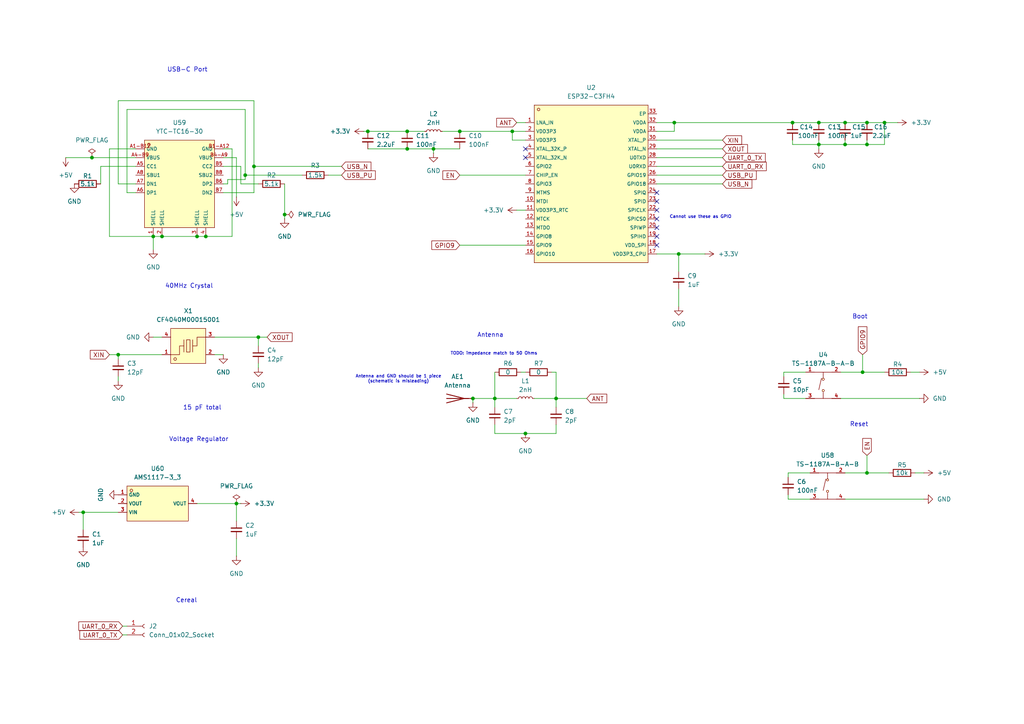
<source format=kicad_sch>
(kicad_sch (version 20231120) (generator "eeschema") (generator_version "8.0")
  (paper "A4")
  (lib_symbols
    (symbol "AMS1117-3_3:AMS1117-3_3"
      (property "Reference" "U" (at 0 1.27 0))
      (property "Value" "AMS1117-3_3" (at 0 -2.54 0))
      (symbol "AMS1117-3_3_0_1"
        (rectangle (start -8.89 5.08) (end 8.89 -5.08) (fill (type background)))
        (circle (center -7.62 3.81) (radius 0.381) (fill (type background)))
        (pin unspecified line (at -11.43 2.54 0) (length 2.54) (name "GND") (number "1"))
        (pin unspecified line (at -11.43 0 0) (length 2.54) (name "VOUT") (number "2"))
        (pin unspecified line (at -11.43 -2.54 0) (length 2.54) (name "VIN") (number "3"))
        (pin unspecified line (at 11.43 0 180) (length 2.54) (name "VOUT") (number "4"))
      )
    )
    (symbol "CF4040M00015001:CF4040M00015001" (pin_names hide)
      (property "Reference" "X" (at 0 1.27 0))
      (property "Value" "CF4040M00015001" (at 0 -2.54 0))
      (symbol "CF4040M00015001_0_1"
        (rectangle (start -5.08 5.08) (end 5.08 -5.08) (fill (type background)))
        (circle (center -3.81 -3.81) (radius 0.381) (fill (type background)))
        (rectangle (start -0.508 1.778) (end 0.508 -1.778) (fill (type background)))
        (polyline (pts (xy -1.27 -1.778) (xy -1.27 1.778)))
        (polyline (pts (xy 1.27 -1.778) (xy 1.27 1.778)))
        (polyline (pts (xy -5.08 -2.54) (xy -2.54 -2.54) (xy -2.54 0) (xy -1.27 0)))
        (polyline (pts (xy 5.08 2.54) (xy 2.54 2.54) (xy 2.54 0) (xy 1.27 0)))
        (pin input line (at -7.62 -2.54 0) (length 2.54) (name "1") (number "1"))
        (pin input line (at 7.62 -2.54 180) (length 2.54) (name "GND") (number "2"))
        (pin input line (at 7.62 2.54 180) (length 2.54) (name "3") (number "3"))
        (pin input line (at -7.62 2.54 0) (length 2.54) (name "GND") (number "4"))
      )
    )
    (symbol "Connector:Conn_01x02_Socket" (pin_names (offset 1.016) hide)
      (property "Reference" "J" (at 0 2.54 0))
      (property "Value" "Conn_01x02_Socket" (at 0 -5.08 0))
      (symbol "Conn_01x02_Socket_1_1"
        (arc (start 0 -2.032) (mid -0.5058 -2.54) (end 0 -3.048) (stroke (width 0.1524)))
        (polyline (pts (xy -1.27 -2.54) (xy -0.508 -2.54)) (stroke (width 0.1524)))
        (polyline (pts (xy -1.27 0) (xy -0.508 0)) (stroke (width 0.1524)))
        (arc (start 0 0.508) (mid -0.5058 0) (end 0 -0.508) (stroke (width 0.1524)))
        (pin passive line (at -5.08 0 0) (length 3.81) (name "Pin_1") (number "1"))
        (pin passive line (at -5.08 -2.54 0) (length 3.81) (name "Pin_2") (number "2"))
      )
    )
    (symbol "Device:Antenna" (pin_numbers hide) (pin_names (offset 1.016) hide)
      (property "Reference" "AE" (at -1.905 1.905 0))
      (property "Value" "Antenna" (at -1.905 0 0))
      (symbol "Antenna_0_1"
        (polyline (pts (xy 0 2.54) (xy 0 -3.81)) (stroke (width 0.254)))
        (polyline (pts (xy 1.27 2.54) (xy 0 -2.54) (xy -1.27 2.54)) (stroke (width 0.254)))
      )
      (symbol "Antenna_1_1"
        (pin input line (at 0 -5.08 90) (length 2.54) (name "A") (number "1"))
      )
    )
    (symbol "Device:C_Small" (pin_numbers hide) (pin_names (offset 0.254) hide)
      (property "Reference" "C" (at 0.254 1.778 0))
      (property "Value" "C_Small" (at 0.254 -2.032 0))
      (symbol "C_Small_0_1"
        (polyline (pts (xy -1.524 -0.508) (xy 1.524 -0.508)) (stroke (width 0.3302)))
        (polyline (pts (xy -1.524 0.508) (xy 1.524 0.508)) (stroke (width 0.3048)))
      )
      (symbol "C_Small_1_1"
        (pin passive line (at 0 2.54 270) (length 2.032) (name "~") (number "1"))
        (pin passive line (at 0 -2.54 90) (length 2.032) (name "~") (number "2"))
      )
    )
    (symbol "Device:L_Small" (pin_numbers hide) (pin_names (offset 0.254) hide)
      (property "Reference" "L" (at 0.762 1.016 0))
      (property "Value" "L_Small" (at 0.762 -1.016 0))
      (symbol "L_Small_0_1"
        (arc (start 0 -2.032) (mid 0.5058 -1.524) (end 0 -1.016))
        (arc (start 0 -1.016) (mid 0.5058 -0.508) (end 0 0))
        (arc (start 0 0) (mid 0.5058 0.508) (end 0 1.016))
        (arc (start 0 1.016) (mid 0.5058 1.524) (end 0 2.032))
      )
      (symbol "L_Small_1_1"
        (pin passive line (at 0 2.54 270) (length 0.508) (name "~") (number "1"))
        (pin passive line (at 0 -2.54 90) (length 0.508) (name "~") (number "2"))
      )
    )
    (symbol "Device:R" (pin_numbers hide) (pin_names (offset 0))
      (property "Reference" "R" (at 2.032 0 90))
      (property "Value" "R" (at 0 0 90))
      (symbol "R_0_1"
        (rectangle (start -1.016 -2.54) (end 1.016 2.54) (stroke (width 0.254)))
      )
      (symbol "R_1_1"
        (pin passive line (at 0 3.81 270) (length 1.27) (name "~") (number "1"))
        (pin passive line (at 0 -3.81 90) (length 1.27) (name "~") (number "2"))
      )
    )
    (symbol "ESP32-C3FH4:ESP32-C3FH4"
      (property "Reference" "U" (at 0 1.27 0))
      (property "Value" "ESP32-C3FH4" (at 0 -2.54 0))
      (symbol "ESP32-C3FH4_0_1"
        (rectangle (start -16.51 22.86) (end 16.51 -22.86) (fill (type background)))
        (circle (center -15.24 21.59) (radius 0.381) (fill (type background)))
        (pin unspecified line (at -19.05 17.78 0) (length 2.54) (name "LNA_IN") (number "1"))
        (pin unspecified line (at -19.05 -5.08 0) (length 2.54) (name "MTDI") (number "10"))
        (pin unspecified line (at -19.05 -7.62 0) (length 2.54) (name "VDD3P3_RTC") (number "11"))
        (pin unspecified line (at -19.05 -10.16 0) (length 2.54) (name "MTCK") (number "12"))
        (pin unspecified line (at -19.05 -12.7 0) (length 2.54) (name "MTDO") (number "13"))
        (pin unspecified line (at -19.05 -15.24 0) (length 2.54) (name "GPIO8") (number "14"))
        (pin unspecified line (at -19.05 -17.78 0) (length 2.54) (name "GPIO9") (number "15"))
        (pin unspecified line (at -19.05 -20.32 0) (length 2.54) (name "GPIO10") (number "16"))
        (pin unspecified line (at 19.05 -20.32 180) (length 2.54) (name "VDD3P3_CPU") (number "17"))
        (pin unspecified line (at 19.05 -17.78 180) (length 2.54) (name "VDD_SPI") (number "18"))
        (pin unspecified line (at 19.05 -15.24 180) (length 2.54) (name "SPIHD") (number "19"))
        (pin unspecified line (at -19.05 15.24 0) (length 2.54) (name "VDD3P3") (number "2"))
        (pin unspecified line (at 19.05 -12.7 180) (length 2.54) (name "SPIWP") (number "20"))
        (pin unspecified line (at 19.05 -10.16 180) (length 2.54) (name "SPICS0") (number "21"))
        (pin unspecified line (at 19.05 -7.62 180) (length 2.54) (name "SPICLK") (number "22"))
        (pin unspecified line (at 19.05 -5.08 180) (length 2.54) (name "SPID") (number "23"))
        (pin unspecified line (at 19.05 -2.54 180) (length 2.54) (name "SPIQ") (number "24"))
        (pin unspecified line (at 19.05 0 180) (length 2.54) (name "GPIO18") (number "25"))
        (pin unspecified line (at 19.05 2.54 180) (length 2.54) (name "GPIO19") (number "26"))
        (pin unspecified line (at 19.05 5.08 180) (length 2.54) (name "U0RXD") (number "27"))
        (pin unspecified line (at 19.05 7.62 180) (length 2.54) (name "U0TXD") (number "28"))
        (pin unspecified line (at 19.05 10.16 180) (length 2.54) (name "XTAL_N") (number "29"))
        (pin unspecified line (at -19.05 12.7 0) (length 2.54) (name "VDD3P3") (number "3"))
        (pin unspecified line (at 19.05 12.7 180) (length 2.54) (name "XTAL_P") (number "30"))
        (pin unspecified line (at 19.05 15.24 180) (length 2.54) (name "VDDA") (number "31"))
        (pin unspecified line (at 19.05 17.78 180) (length 2.54) (name "VDDA") (number "32"))
        (pin unspecified line (at 19.05 20.32 180) (length 2.54) (name "EP") (number "33"))
        (pin unspecified line (at -19.05 10.16 0) (length 2.54) (name "XTAL_32K_P") (number "4"))
        (pin unspecified line (at -19.05 7.62 0) (length 2.54) (name "XTAL_32K_N") (number "5"))
        (pin unspecified line (at -19.05 5.08 0) (length 2.54) (name "GPIO2") (number "6"))
        (pin unspecified line (at -19.05 2.54 0) (length 2.54) (name "CHIP_EN") (number "7"))
        (pin unspecified line (at -19.05 0 0) (length 2.54) (name "GPIO3") (number "8"))
        (pin unspecified line (at -19.05 -2.54 0) (length 2.54) (name "MTMS") (number "9"))
      )
    )
    (symbol "TS-1187A-B-A-B:TS-1187A-B-A-B" (pin_names hide)
      (property "Reference" "U" (at 0 1.27 0))
      (property "Value" "TS-1187A-B-A-B" (at 0 -2.54 0))
      (symbol "TS-1187A-B-A-B_0_1"
        (circle (center 0 -2.794) (radius 0.3175) (fill (type background)))
        (polyline (pts (xy -2.54 -5.08) (xy 2.54 -5.08)))
        (polyline (pts (xy -2.54 2.54) (xy 2.54 2.54)))
        (polyline (pts (xy -0.508 0.762) (xy -1.27 -2.54)))
        (polyline (pts (xy 0 -3.302) (xy 0 -5.08)))
        (polyline (pts (xy 0 0.762) (xy 0 2.54)))
        (circle (center 0 0.508) (radius 0.3175) (fill (type background)))
        (pin unspecified line (at -5.08 2.54 0) (length 2.54) (name "A") (number "1"))
        (pin unspecified line (at 5.08 2.54 180) (length 2.54) (name "B") (number "2"))
        (pin unspecified line (at -5.08 -5.08 0) (length 2.54) (name "C") (number "3"))
        (pin unspecified line (at 5.08 -5.08 180) (length 2.54) (name "D") (number "4"))
      )
    )
    (symbol "YTC-TC16-30:YTC-TC16-30"
      (property "Reference" "U" (at 0 1.27 0))
      (property "Value" "YTC-TC16-30" (at 0 -2.54 0))
      (symbol "YTC-TC16-30_0_1"
        (rectangle (start -10.16 15.24) (end 10.16 -10.16) (fill (type background)))
        (circle (center -8.89 13.97) (radius 0.381) (fill (type background)))
        (pin unspecified line (at -7.62 -12.7 90) (length 2.54) (name "SHELL") (number "1"))
        (pin unspecified line (at -5.08 -12.7 90) (length 2.54) (name "SHELL") (number "2"))
        (pin unspecified line (at 5.08 -12.7 90) (length 2.54) (name "SHELL") (number "3"))
        (pin unspecified line (at 7.62 -12.7 90) (length 2.54) (name "SHELL") (number "4"))
        (pin unspecified line (at -12.7 12.7 0) (length 2.54) (name "GND") (number "A1-B12"))
        (pin unspecified line (at -12.7 10.16 0) (length 2.54) (name "VBUS") (number "A4-B9"))
        (pin unspecified line (at -12.7 7.62 0) (length 2.54) (name "CC1") (number "A5"))
        (pin unspecified line (at -12.7 0 0) (length 2.54) (name "DP1") (number "A6"))
        (pin unspecified line (at -12.7 2.54 0) (length 2.54) (name "DN1") (number "A7"))
        (pin unspecified line (at -12.7 5.08 0) (length 2.54) (name "SBU1") (number "A8"))
        (pin unspecified line (at 12.7 12.7 180) (length 2.54) (name "GND") (number "B1-A12"))
        (pin unspecified line (at 12.7 10.16 180) (length 2.54) (name "VBUS") (number "B4-A9"))
        (pin unspecified line (at 12.7 7.62 180) (length 2.54) (name "CC2") (number "B5"))
        (pin unspecified line (at 12.7 2.54 180) (length 2.54) (name "DP2") (number "B6"))
        (pin unspecified line (at 12.7 0 180) (length 2.54) (name "DN2") (number "B7"))
        (pin unspecified line (at 12.7 5.08 180) (length 2.54) (name "SBU2") (number "B8"))
      )
    )
    (symbol "power:+3.3V" (power) (pin_numbers hide) (pin_names (offset 0) hide)
      (property "Value" "+3.3V" (at 0 3.556 0))
      (symbol "+3.3V_0_1"
        (polyline (pts (xy -0.762 1.27) (xy 0 2.54)))
        (polyline (pts (xy 0 0) (xy 0 2.54)))
        (polyline (pts (xy 0 2.54) (xy 0.762 1.27)))
      )
      (symbol "+3.3V_1_1"
        (pin power_in line (at 0 0 90) (length 0) (name "~") (number "1"))
      )
    )
    (symbol "power:+5V" (power) (pin_numbers hide) (pin_names (offset 0) hide)
      (property "Value" "+5V" (at 0 3.556 0))
      (symbol "+5V_0_1"
        (polyline (pts (xy -0.762 1.27) (xy 0 2.54)))
        (polyline (pts (xy 0 0) (xy 0 2.54)))
        (polyline (pts (xy 0 2.54) (xy 0.762 1.27)))
      )
      (symbol "+5V_1_1"
        (pin power_in line (at 0 0 90) (length 0) (name "~") (number "1"))
      )
    )
    (symbol "power:GND" (power) (pin_numbers hide) (pin_names (offset 0) hide)
      (property "Value" "GND" (at 0 -3.81 0))
      (symbol "GND_0_1"
        (polyline (pts (xy 0 0) (xy 0 -1.27) (xy 1.27 -1.27) (xy 0 -2.54) (xy -1.27 -1.27) (xy 0 -1.27)))
      )
      (symbol "GND_1_1"
        (pin power_in line (at 0 0 270) (length 0) (name "~") (number "1"))
      )
    )
    (symbol "power:PWR_FLAG" (power) (pin_numbers hide) (pin_names (offset 0) hide)
      (property "Value" "PWR_FLAG" (at 0 3.81 0))
      (symbol "PWR_FLAG_0_0"
        (pin power_out line (at 0 0 90) (length 0) (name "~") (number "1"))
      )
      (symbol "PWR_FLAG_0_1"
        (polyline (pts (xy 0 0) (xy 0 1.27) (xy -1.016 1.905) (xy 0 2.54) (xy 1.016 1.905) (xy 0 1.27)))
      )
    )
  )
  (junction (at 152.4 125.73))
  (junction (at 256.54 35.56))
  (junction (at 68.58 146.05))
  (junction (at 237.49 41.91))
  (junction (at 118.11 43.18))
  (junction (at 137.16 115.57))
  (junction (at 57.15 68.58))
  (junction (at 44.45 68.58))
  (junction (at 82.55 62.23))
  (junction (at 229.87 35.56))
  (junction (at 34.29 102.87))
  (junction (at 161.29 115.57))
  (junction (at 148.59 38.1))
  (junction (at 250.19 107.95))
  (junction (at 118.11 38.1))
  (junction (at 24.13 148.59))
  (junction (at 195.58 35.56))
  (junction (at 46.99 68.58))
  (junction (at 245.11 41.91))
  (junction (at 73.66 48.26))
  (junction (at 251.46 41.91))
  (junction (at 59.69 68.58))
  (junction (at 251.46 137.16))
  (junction (at 74.93 97.79))
  (junction (at 251.46 35.56))
  (junction (at 245.11 35.56))
  (junction (at 143.51 115.57))
  (junction (at 125.73 43.18))
  (junction (at 71.12 50.8))
  (junction (at 196.85 73.66))
  (junction (at 26.67 45.72))
  (junction (at 237.49 35.56))
  (junction (at 106.68 38.1))
  (junction (at 133.35 38.1))
  (no_connect (at 190.5 68.58))
  (no_connect (at 152.4 43.18))
  (no_connect (at 190.5 71.12))
  (no_connect (at 190.5 60.96))
  (no_connect (at 190.5 63.5))
  (no_connect (at 152.4 45.72))
  (no_connect (at 190.5 66.04))
  (no_connect (at 190.5 58.42))
  (no_connect (at 190.5 55.88))
  (wire (pts (xy 44.45 68.58) (xy 46.99 68.58)))
  (wire (pts (xy 67.31 68.58) (xy 59.69 68.58)))
  (wire (pts (xy 251.46 35.56) (xy 256.54 35.56)))
  (wire (pts (xy 143.51 115.57) (xy 143.51 118.11)))
  (wire (pts (xy 209.55 53.34) (xy 190.5 53.34)))
  (wire (pts (xy 74.93 105.41) (xy 74.93 106.68)))
  (wire (pts (xy 148.59 40.64) (xy 148.59 38.1)))
  (wire (pts (xy 133.35 71.12) (xy 152.4 71.12)))
  (wire (pts (xy 46.99 68.58) (xy 57.15 68.58)))
  (wire (pts (xy 36.83 31.75) (xy 71.12 31.75)))
  (wire (pts (xy 245.11 35.56) (xy 251.46 35.56)))
  (wire (pts (xy 118.11 38.1) (xy 123.19 38.1)))
  (wire (pts (xy 35.56 181.61) (xy 36.83 181.61)))
  (wire (pts (xy 36.83 31.75) (xy 36.83 55.88)))
  (wire (pts (xy 64.77 45.72) (xy 68.58 45.72)))
  (wire (pts (xy 73.66 48.26) (xy 99.06 48.26)))
  (wire (pts (xy 82.55 53.34) (xy 82.55 62.23)))
  (wire (pts (xy 196.85 73.66) (xy 204.47 73.66)))
  (wire (pts (xy 161.29 115.57) (xy 161.29 118.11)))
  (wire (pts (xy 106.68 38.1) (xy 118.11 38.1)))
  (wire (pts (xy 161.29 115.57) (xy 170.18 115.57)))
  (wire (pts (xy 256.54 35.56) (xy 256.54 41.91)))
  (wire (pts (xy 228.6 144.78) (xy 234.95 144.78)))
  (wire (pts (xy 143.51 115.57) (xy 149.86 115.57)))
  (wire (pts (xy 105.41 38.1) (xy 106.68 38.1)))
  (wire (pts (xy 233.68 107.95) (xy 227.33 107.95)))
  (wire (pts (xy 34.29 29.21) (xy 73.66 29.21)))
  (wire (pts (xy 209.55 45.72) (xy 190.5 45.72)))
  (wire (pts (xy 245.11 40.64) (xy 245.11 41.91)))
  (wire (pts (xy 161.29 115.57) (xy 161.29 107.95)))
  (wire (pts (xy 62.23 102.87) (xy 64.77 102.87)))
  (wire (pts (xy 34.29 104.14) (xy 34.29 102.87)))
  (wire (pts (xy 106.68 43.18) (xy 118.11 43.18)))
  (wire (pts (xy 19.05 45.72) (xy 26.67 45.72)))
  (wire (pts (xy 227.33 115.57) (xy 233.68 115.57)))
  (wire (pts (xy 227.33 107.95) (xy 227.33 109.22)))
  (wire (pts (xy 251.46 40.64) (xy 251.46 41.91)))
  (wire (pts (xy 195.58 35.56) (xy 190.5 35.56)))
  (wire (pts (xy 73.66 29.21) (xy 73.66 48.26)))
  (wire (pts (xy 243.84 115.57) (xy 266.7 115.57)))
  (wire (pts (xy 143.51 123.19) (xy 143.51 125.73)))
  (wire (pts (xy 149.86 35.56) (xy 152.4 35.56)))
  (wire (pts (xy 69.85 146.05) (xy 68.58 146.05)))
  (wire (pts (xy 125.73 43.18) (xy 125.73 44.45)))
  (wire (pts (xy 95.25 50.8) (xy 99.06 50.8)))
  (wire (pts (xy 251.46 132.08) (xy 251.46 137.16)))
  (wire (pts (xy 125.73 43.18) (xy 133.35 43.18)))
  (wire (pts (xy 26.67 45.72) (xy 39.37 45.72)))
  (wire (pts (xy 74.93 97.79) (xy 74.93 100.33)))
  (wire (pts (xy 34.29 102.87) (xy 46.99 102.87)))
  (wire (pts (xy 31.75 68.58) (xy 44.45 68.58)))
  (wire (pts (xy 24.13 148.59) (xy 24.13 153.67)))
  (wire (pts (xy 251.46 41.91) (xy 256.54 41.91)))
  (wire (pts (xy 237.49 41.91) (xy 245.11 41.91)))
  (wire (pts (xy 34.29 29.21) (xy 34.29 53.34)))
  (wire (pts (xy 149.86 60.96) (xy 152.4 60.96)))
  (wire (pts (xy 228.6 137.16) (xy 228.6 138.43)))
  (wire (pts (xy 71.12 50.8) (xy 87.63 50.8)))
  (wire (pts (xy 228.6 143.51) (xy 228.6 144.78)))
  (wire (pts (xy 64.77 53.34) (xy 66.04 53.34)))
  (wire (pts (xy 29.21 48.26) (xy 39.37 48.26)))
  (wire (pts (xy 66.04 53.34) (xy 66.04 52.07)))
  (wire (pts (xy 39.37 43.18) (xy 31.75 43.18)))
  (wire (pts (xy 69.85 48.26) (xy 69.85 53.34)))
  (wire (pts (xy 35.56 184.15) (xy 36.83 184.15)))
  (wire (pts (xy 74.93 97.79) (xy 77.47 97.79)))
  (wire (pts (xy 250.19 102.87) (xy 250.19 107.95)))
  (wire (pts (xy 69.85 53.34) (xy 74.93 53.34)))
  (wire (pts (xy 67.31 43.18) (xy 67.31 68.58)))
  (wire (pts (xy 161.29 125.73) (xy 161.29 123.19)))
  (wire (pts (xy 64.77 48.26) (xy 69.85 48.26)))
  (wire (pts (xy 143.51 125.73) (xy 152.4 125.73)))
  (wire (pts (xy 151.13 107.95) (xy 152.4 107.95)))
  (wire (pts (xy 227.33 114.3) (xy 227.33 115.57)))
  (wire (pts (xy 64.77 43.18) (xy 67.31 43.18)))
  (wire (pts (xy 229.87 35.56) (xy 237.49 35.56)))
  (wire (pts (xy 36.83 55.88) (xy 39.37 55.88)))
  (wire (pts (xy 133.35 50.8) (xy 152.4 50.8)))
  (wire (pts (xy 245.11 41.91) (xy 251.46 41.91)))
  (wire (pts (xy 196.85 88.9) (xy 196.85 83.82)))
  (wire (pts (xy 71.12 31.75) (xy 71.12 50.8)))
  (wire (pts (xy 195.58 35.56) (xy 229.87 35.56)))
  (wire (pts (xy 209.55 43.18) (xy 190.5 43.18)))
  (wire (pts (xy 237.49 41.91) (xy 237.49 43.18)))
  (wire (pts (xy 160.02 107.95) (xy 161.29 107.95)))
  (wire (pts (xy 73.66 55.88) (xy 73.66 48.26)))
  (wire (pts (xy 245.11 144.78) (xy 267.97 144.78)))
  (wire (pts (xy 57.15 146.05) (xy 68.58 146.05)))
  (wire (pts (xy 229.87 41.91) (xy 237.49 41.91)))
  (wire (pts (xy 71.12 52.07) (xy 71.12 50.8)))
  (wire (pts (xy 234.95 137.16) (xy 228.6 137.16)))
  (wire (pts (xy 237.49 40.64) (xy 237.49 41.91)))
  (wire (pts (xy 209.55 50.8) (xy 190.5 50.8)))
  (wire (pts (xy 133.35 38.1) (xy 148.59 38.1)))
  (wire (pts (xy 118.11 43.18) (xy 125.73 43.18)))
  (wire (pts (xy 250.19 107.95) (xy 256.54 107.95)))
  (wire (pts (xy 209.55 40.64) (xy 190.5 40.64)))
  (wire (pts (xy 64.77 55.88) (xy 73.66 55.88)))
  (wire (pts (xy 152.4 125.73) (xy 161.29 125.73)))
  (wire (pts (xy 148.59 38.1) (xy 152.4 38.1)))
  (wire (pts (xy 57.15 68.58) (xy 59.69 68.58)))
  (wire (pts (xy 62.23 97.79) (xy 74.93 97.79)))
  (wire (pts (xy 82.55 63.5) (xy 82.55 62.23)))
  (wire (pts (xy 264.16 107.95) (xy 266.7 107.95)))
  (wire (pts (xy 44.45 68.58) (xy 44.45 72.39)))
  (wire (pts (xy 68.58 45.72) (xy 68.58 57.15)))
  (wire (pts (xy 143.51 107.95) (xy 143.51 115.57)))
  (wire (pts (xy 128.27 38.1) (xy 133.35 38.1)))
  (wire (pts (xy 152.4 40.64) (xy 148.59 40.64)))
  (wire (pts (xy 137.16 115.57) (xy 137.16 116.84)))
  (wire (pts (xy 66.04 52.07) (xy 71.12 52.07)))
  (wire (pts (xy 34.29 53.34) (xy 39.37 53.34)))
  (wire (pts (xy 46.99 97.79) (xy 44.45 97.79)))
  (wire (pts (xy 196.85 73.66) (xy 196.85 78.74)))
  (wire (pts (xy 209.55 48.26) (xy 190.5 48.26)))
  (wire (pts (xy 24.13 148.59) (xy 34.29 148.59)))
  (wire (pts (xy 265.43 137.16) (xy 267.97 137.16)))
  (wire (pts (xy 245.11 137.16) (xy 251.46 137.16)))
  (wire (pts (xy 34.29 109.22) (xy 34.29 110.49)))
  (wire (pts (xy 195.58 38.1) (xy 195.58 35.56)))
  (wire (pts (xy 243.84 107.95) (xy 250.19 107.95)))
  (wire (pts (xy 137.16 115.57) (xy 143.51 115.57)))
  (wire (pts (xy 68.58 146.05) (xy 68.58 151.13)))
  (wire (pts (xy 31.75 102.87) (xy 34.29 102.87)))
  (wire (pts (xy 251.46 137.16) (xy 257.81 137.16)))
  (wire (pts (xy 190.5 38.1) (xy 195.58 38.1)))
  (wire (pts (xy 229.87 41.91) (xy 229.87 40.64)))
  (wire (pts (xy 31.75 43.18) (xy 31.75 68.58)))
  (wire (pts (xy 237.49 35.56) (xy 245.11 35.56)))
  (wire (pts (xy 190.5 73.66) (xy 196.85 73.66)))
  (wire (pts (xy 256.54 35.56) (xy 260.35 35.56)))
  (wire (pts (xy 29.21 48.26) (xy 29.21 53.34)))
  (wire (pts (xy 68.58 161.29) (xy 68.58 156.21)))
  (wire (pts (xy 22.86 148.59) (xy 24.13 148.59)))
  (wire (pts (xy 154.94 115.57) (xy 161.29 115.57)))
  (text "Cereal" (at 54.102 174.244 0) (effects (font (size 1.27 1.27))))
  (text "Cannot use these as GPIO" (at 203.2 62.992 0) (effects (font (size 0.889 0.889))))
  (text "Reset" (at 249.174 123.19 0) (effects (font (size 1.27 1.27))))
  (text "Antenna and GND should be 1 piece\n(schematic is misleading)" (at 115.57 109.982 0) (effects (font (size 0.889 0.889))))
  (text "Antenna" (at 142.24 97.282 0) (effects (font (size 1.27 1.27))))
  (text "TODO: impedance match to 50 Ohms\n" (at 143.256 102.616 0) (effects (font (size 0.889 0.889))))
  (text "Boot" (at 249.428 91.948 0) (effects (font (size 1.27 1.27))))
  (text "40MHz Crystal" (at 54.864 83.058 0) (effects (font (size 1.27 1.27))))
  (text "USB-C Port" (at 54.356 20.32 0) (effects (font (size 1.27 1.27))))
  (text "15 pF total" (at 58.674 118.364 0) (effects (font (size 1.27 1.27))))
  (text "Voltage Regulator" (at 57.658 127.508 0) (effects (font (size 1.27 1.27))))
  (global_label "EN" (shape input) (at 251.46 132.08 90) (property "Intersheetrefs" "${INTERSHEET_REFS}" (effects (hide yes))))
  (global_label "XIN" (shape input) (at 209.55 40.64 0) (property "Intersheetrefs" "${INTERSHEET_REFS}" (effects (hide yes))))
  (global_label "UART_0_RX" (shape input) (at 209.55 48.26 0) (property "Intersheetrefs" "${INTERSHEET_REFS}" (effects (hide yes))))
  (global_label "GPIO9" (shape input) (at 133.35 71.12 180) (property "Intersheetrefs" "${INTERSHEET_REFS}" (effects (hide yes))))
  (global_label "UART_0_TX" (shape input) (at 35.56 184.15 180) (property "Intersheetrefs" "${INTERSHEET_REFS}" (effects (hide yes))))
  (global_label "ANT" (shape input) (at 170.18 115.57 0) (property "Intersheetrefs" "${INTERSHEET_REFS}" (effects (hide yes))))
  (global_label "EN" (shape input) (at 133.35 50.8 180) (property "Intersheetrefs" "${INTERSHEET_REFS}" (effects (hide yes))))
  (global_label "XOUT" (shape input) (at 209.55 43.18 0) (property "Intersheetrefs" "${INTERSHEET_REFS}" (effects (hide yes))))
  (global_label "USB_PU" (shape input) (at 99.06 50.8 0) (property "Intersheetrefs" "${INTERSHEET_REFS}" (effects (hide yes))))
  (global_label "USB_PU" (shape input) (at 209.55 50.8 0) (property "Intersheetrefs" "${INTERSHEET_REFS}" (effects (hide yes))))
  (global_label "USB_N" (shape input) (at 99.06 48.26 0) (property "Intersheetrefs" "${INTERSHEET_REFS}" (effects (hide yes))))
  (global_label "USB_N" (shape input) (at 209.55 53.34 0) (property "Intersheetrefs" "${INTERSHEET_REFS}" (effects (hide yes))))
  (global_label "XOUT" (shape input) (at 77.47 97.79 0) (property "Intersheetrefs" "${INTERSHEET_REFS}" (effects (hide yes))))
  (global_label "XIN" (shape input) (at 31.75 102.87 180) (property "Intersheetrefs" "${INTERSHEET_REFS}" (effects (hide yes))))
  (global_label "ANT" (shape input) (at 149.86 35.56 180) (property "Intersheetrefs" "${INTERSHEET_REFS}" (effects (hide yes))))
  (global_label "UART_0_TX" (shape input) (at 209.55 45.72 0) (property "Intersheetrefs" "${INTERSHEET_REFS}" (effects (hide yes))))
  (global_label "UART_0_RX" (shape input) (at 35.56 181.61 180) (property "Intersheetrefs" "${INTERSHEET_REFS}" (effects (hide yes))))
  (global_label "GPIO9" (shape input) (at 250.19 102.87 90) (property "Intersheetrefs" "${INTERSHEET_REFS}" (effects (hide yes))))
  (symbol (lib_id "Device:C_Small") (at 251.46 38.1 0) (unit 1)
    (property "Reference" "C16" (at 253.492 36.83 0) (effects (justify left)))
    (property "Value" "2.2uF" (at 252.984 39.37 0) (effects (justify left)))
    (property "Description" "Unpolarized capacitor, small symbol" (effects (hide yes)))
  )
  (symbol (lib_id "Device:C_Small") (at 68.58 153.67 0) (unit 1)
    (property "Reference" "C2" (at 71.12 152.4062 0) (effects (justify left)))
    (property "Value" "1uF" (at 71.12 154.9462 0) (effects (justify left)))
    (property "Description" "Unpolarized capacitor, small symbol" (effects (hide yes)))
  )
  (symbol (lib_id "Device:R") (at 78.74 53.34 90) (unit 1)
    (property "Reference" "R2" (at 78.74 50.8 90))
    (property "Value" "5.1k" (at 78.74 53.34 90))
    (property "Description" "Resistor" (effects (hide yes)))
  )
  (symbol (lib_id "power:GND") (at 34.29 110.49 0) (unit 1)
    (property "Reference" "#PWR01" (effects (hide yes)))
    (property "Value" "GND" (at 34.29 115.57 0))
    (property "Description" "Power symbol creates a global label with name \"GND\" , ground" (effects (hide yes)))
  )
  (symbol (lib_id "Device:C_Small") (at 133.35 40.64 0) (unit 1)
    (property "Reference" "C10" (at 135.89 39.3762 0) (effects (justify left)))
    (property "Value" "100nF" (at 135.89 41.9162 0) (effects (justify left)))
    (property "Description" "Unpolarized capacitor, small symbol" (effects (hide yes)))
  )
  (symbol (lib_id "Device:C_Small") (at 228.6 140.97 0) (unit 1)
    (property "Reference" "C6" (at 231.14 139.7062 0) (effects (justify left)))
    (property "Value" "100nF" (at 231.14 142.2462 0) (effects (justify left)))
    (property "Description" "Unpolarized capacitor, small symbol" (effects (hide yes)))
  )
  (symbol (lib_id "power:GND") (at 237.49 43.18 0) (unit 1)
    (property "Reference" "#PWR027" (effects (hide yes)))
    (property "Value" "GND" (at 237.49 48.26 0))
    (property "Description" "Power symbol creates a global label with name \"GND\" , ground" (effects (hide yes)))
  )
  (symbol (lib_id "power:+5V") (at 267.97 137.16 270) (unit 1)
    (property "Reference" "#PWR019" (effects (hide yes)))
    (property "Value" "+5V" (at 271.78 137.1599 90) (effects (justify left)))
    (property "Description" "Power symbol creates a global label with name \"+5V\"" (effects (hide yes)))
  )
  (symbol (lib_id "TS-1187A-B-A-B:TS-1187A-B-A-B") (at 238.76 110.49 0) (unit 1)
    (property "Reference" "U4" (at 238.76 102.87 0))
    (property "Value" "TS-1187A-B-A-B" (at 238.76 105.41 0))
    (property "Footprint" "footprint:SW-SMD_4P-L5.1-W5.1-P3.70-LS6.5-TL-2" (effects (hide yes)))
    (property "Datasheet" "https://item.szlcsc.com/300285.html" (effects (hide yes)))
    (property "LCSC" "C318884" (effects (hide yes)))
  )
  (symbol (lib_id "power:GND") (at 64.77 102.87 0) (unit 1)
    (property "Reference" "#PWR014" (effects (hide yes)))
    (property "Value" "GND" (at 64.77 107.95 0))
    (property "Description" "Power symbol creates a global label with name \"GND\" , ground" (effects (hide yes)))
  )
  (symbol (lib_id "Device:C_Small") (at 74.93 102.87 0) (unit 1)
    (property "Reference" "C4" (at 77.47 101.6062 0) (effects (justify left)))
    (property "Value" "12pF" (at 77.47 104.1462 0) (effects (justify left)))
    (property "Description" "Unpolarized capacitor, small symbol" (effects (hide yes)))
  )
  (symbol (lib_id "Device:L_Small") (at 152.4 115.57 90) (unit 1)
    (property "Reference" "L1" (at 152.4 110.49 90))
    (property "Value" "2nH" (at 152.4 113.03 90))
    (property "Description" "Inductor, small symbol" (effects (hide yes)))
  )
  (symbol (lib_id "Device:C_Small") (at 237.49 38.1 0) (unit 1)
    (property "Reference" "C13" (at 240.03 36.8362 0) (effects (justify left)))
    (property "Value" "100nF" (at 240.03 39.3762 0) (effects (justify left)))
    (property "Description" "Unpolarized capacitor, small symbol" (effects (hide yes)))
  )
  (symbol (lib_id "power:+3.3V") (at 260.35 35.56 270) (unit 1)
    (property "Reference" "#PWR028" (effects (hide yes)))
    (property "Value" "+3.3V" (at 264.16 35.5599 90) (effects (justify left)))
    (property "Description" "Power symbol creates a global label with name \"+3.3V\"" (effects (hide yes)))
  )
  (symbol (lib_id "power:GND") (at 266.7 115.57 90) (unit 1)
    (property "Reference" "#PWR018" (effects (hide yes)))
    (property "Value" "GND" (at 270.51 115.5699 90) (effects (justify right)))
    (property "Description" "Power symbol creates a global label with name \"GND\" , ground" (effects (hide yes)))
  )
  (symbol (lib_id "power:PWR_FLAG") (at 26.67 45.72 0) (unit 1)
    (property "Reference" "#FLG02" (effects (hide yes)))
    (property "Value" "PWR_FLAG" (at 26.67 40.64 0))
    (property "Description" "Special symbol for telling ERC where power comes from" (effects (hide yes)))
  )
  (symbol (lib_id "Device:Antenna") (at 132.08 115.57 90) (unit 1)
    (property "Reference" "AE1" (at 132.715 109.22 90))
    (property "Value" "Antenna" (at 132.715 111.76 90))
    (property "Description" "Antenna" (effects (hide yes)))
  )
  (symbol (lib_id "Device:C_Small") (at 34.29 106.68 0) (unit 1)
    (property "Reference" "C3" (at 36.83 105.4162 0) (effects (justify left)))
    (property "Value" "12pF" (at 36.83 107.9562 0) (effects (justify left)))
    (property "Description" "Unpolarized capacitor, small symbol" (effects (hide yes)))
  )
  (symbol (lib_id "Connector:Conn_01x02_Socket") (at 41.91 181.61 0) (unit 1)
    (property "Reference" "J2" (at 43.18 181.6099 0) (effects (justify left)))
    (property "Value" "Conn_01x02_Socket" (at 43.18 184.1499 0) (effects (justify left)))
    (property "Description" "Generic connector, single row, 01x02, script generated" (effects (hide yes)))
  )
  (symbol (lib_id "Device:C_Small") (at 106.68 40.64 0) (unit 1)
    (property "Reference" "C12" (at 109.22 39.3762 0) (effects (justify left)))
    (property "Value" "2.2uF" (at 109.22 41.9162 0) (effects (justify left)))
    (property "Description" "Unpolarized capacitor, small symbol" (effects (hide yes)))
  )
  (symbol (lib_id "power:GND") (at 267.97 144.78 90) (unit 1)
    (property "Reference" "#PWR020" (effects (hide yes)))
    (property "Value" "GND" (at 271.78 144.7799 90) (effects (justify right)))
    (property "Description" "Power symbol creates a global label with name \"GND\" , ground" (effects (hide yes)))
  )
  (symbol (lib_id "power:PWR_FLAG") (at 68.58 146.05 0) (unit 1)
    (property "Reference" "#FLG03" (effects (hide yes)))
    (property "Value" "PWR_FLAG" (at 68.58 140.97 0))
    (property "Description" "Special symbol for telling ERC where power comes from" (effects (hide yes)))
  )
  (symbol (lib_id "power:GND") (at 196.85 88.9 0) (unit 1)
    (property "Reference" "#PWR025" (effects (hide yes)))
    (property "Value" "GND" (at 196.85 93.98 0))
    (property "Description" "Power symbol creates a global label with name \"GND\" , ground" (effects (hide yes)))
  )
  (symbol (lib_id "Device:C_Small") (at 196.85 81.28 0) (unit 1)
    (property "Reference" "C9" (at 199.39 80.0162 0) (effects (justify left)))
    (property "Value" "1uF" (at 199.39 82.5562 0) (effects (justify left)))
    (property "Description" "Unpolarized capacitor, small symbol" (effects (hide yes)))
  )
  (symbol (lib_id "power:PWR_FLAG") (at 82.55 62.23 270) (unit 1)
    (property "Reference" "#FLG01" (effects (hide yes)))
    (property "Value" "PWR_FLAG" (at 86.36 62.2299 90) (effects (justify left)))
    (property "Description" "Special symbol for telling ERC where power comes from" (effects (hide yes)))
  )
  (symbol (lib_id "Device:C_Small") (at 245.11 38.1 0) (unit 1)
    (property "Reference" "C15" (at 247.142 36.83 0) (effects (justify left)))
    (property "Value" "1uF" (at 246.634 39.37 0) (effects (justify left)))
    (property "Description" "Unpolarized capacitor, small symbol" (effects (hide yes)))
  )
  (symbol (lib_id "power:GND") (at 125.73 44.45 0) (unit 1)
    (property "Reference" "#PWR024" (effects (hide yes)))
    (property "Value" "GND" (at 125.73 49.53 0))
    (property "Description" "Power symbol creates a global label with name \"GND\" , ground" (effects (hide yes)))
  )
  (symbol (lib_id "AMS1117-3_3:AMS1117-3_3") (at 45.72 146.05 0) (unit 1)
    (property "Reference" "U60" (at 45.72 135.89 0))
    (property "Value" "AMS1117-3_3" (at 45.72 138.43 0))
    (property "Footprint" "footprint:SOT-223-3_L6.5-W3.4-P2.30-LS7.0-BR" (effects (hide yes)))
    (property "Datasheet" "https://item.szlcsc.com/410724.html" (effects (hide yes)))
    (property "LCSC" "C6186" (effects (hide yes)))
  )
  (symbol (lib_id "power:GND") (at 24.13 158.75 0) (unit 1)
    (property "Reference" "#PWR015" (effects (hide yes)))
    (property "Value" "GND" (at 24.13 163.83 0))
    (property "Description" "Power symbol creates a global label with name \"GND\" , ground" (effects (hide yes)))
  )
  (symbol (lib_id "Device:R") (at 156.21 107.95 90) (unit 1)
    (property "Reference" "R7" (at 156.21 105.41 90))
    (property "Value" "0" (at 156.21 107.95 90))
    (property "Description" "Resistor" (effects (hide yes)))
  )
  (symbol (lib_id "power:GND") (at 68.58 161.29 0) (unit 1)
    (property "Reference" "#PWR04" (effects (hide yes)))
    (property "Value" "GND" (at 68.58 166.37 0))
    (property "Description" "Power symbol creates a global label with name \"GND\" , ground" (effects (hide yes)))
  )
  (symbol (lib_id "TS-1187A-B-A-B:TS-1187A-B-A-B") (at 240.03 139.7 0) (unit 1)
    (property "Reference" "U58" (at 240.03 132.08 0))
    (property "Value" "TS-1187A-B-A-B" (at 240.03 134.62 0))
    (property "Footprint" "footprint:SW-SMD_4P-L5.1-W5.1-P3.70-LS6.5-TL-2" (effects (hide yes)))
    (property "Datasheet" "https://item.szlcsc.com/300285.html" (effects (hide yes)))
    (property "LCSC" "C318884" (effects (hide yes)))
  )
  (symbol (lib_id "power:GND") (at 44.45 72.39 0) (unit 1)
    (property "Reference" "#PWR07" (effects (hide yes)))
    (property "Value" "GND" (at 44.45 77.47 0))
    (property "Description" "Power symbol creates a global label with name \"GND\" , ground" (effects (hide yes)))
  )
  (symbol (lib_id "Device:C_Small") (at 118.11 40.64 0) (unit 1)
    (property "Reference" "C11" (at 120.65 39.3762 0) (effects (justify left)))
    (property "Value" "100nF" (at 120.65 41.9162 0) (effects (justify left)))
    (property "Description" "Unpolarized capacitor, small symbol" (effects (hide yes)))
  )
  (symbol (lib_id "power:GND") (at 152.4 125.73 0) (unit 1)
    (property "Reference" "#PWR021" (effects (hide yes)))
    (property "Value" "GND" (at 152.4 130.81 0))
    (property "Description" "Power symbol creates a global label with name \"GND\" , ground" (effects (hide yes)))
  )
  (symbol (lib_id "power:+3.3V") (at 204.47 73.66 270) (unit 1)
    (property "Reference" "#PWR023" (effects (hide yes)))
    (property "Value" "+3.3V" (at 208.28 73.6599 90) (effects (justify left)))
    (property "Description" "Power symbol creates a global label with name \"+3.3V\"" (effects (hide yes)))
  )
  (symbol (lib_id "Device:C_Small") (at 161.29 120.65 180) (unit 1)
    (property "Reference" "C8" (at 163.83 119.3735 0) (effects (justify right)))
    (property "Value" "2pF" (at 163.83 121.9135 0) (effects (justify right)))
    (property "Description" "Unpolarized capacitor, small symbol" (effects (hide yes)))
  )
  (symbol (lib_id "Device:R") (at 91.44 50.8 90) (unit 1)
    (property "Reference" "R3" (at 91.44 48.006 90))
    (property "Value" "1.5k" (at 91.44 50.8 90))
    (property "Description" "Resistor" (effects (hide yes)))
  )
  (symbol (lib_id "Device:C_Small") (at 24.13 156.21 0) (unit 1)
    (property "Reference" "C1" (at 26.67 154.9462 0) (effects (justify left)))
    (property "Value" "1uF" (at 26.67 157.4862 0) (effects (justify left)))
    (property "Description" "Unpolarized capacitor, small symbol" (effects (hide yes)))
  )
  (symbol (lib_id "power:+3.3V") (at 149.86 60.96 90) (unit 1)
    (property "Reference" "#PWR029" (effects (hide yes)))
    (property "Value" "+3.3V" (at 146.05 60.9599 90) (effects (justify left)))
    (property "Description" "Power symbol creates a global label with name \"+3.3V\"" (effects (hide yes)))
  )
  (symbol (lib_id "Device:C_Small") (at 229.87 38.1 0) (unit 1)
    (property "Reference" "C14" (at 231.902 36.83 0) (effects (justify left)))
    (property "Value" "100nF" (at 231.394 39.37 0) (effects (justify left)))
    (property "Description" "Unpolarized capacitor, small symbol" (effects (hide yes)))
  )
  (symbol (lib_id "ESP32-C3FH4:ESP32-C3FH4") (at 171.45 53.34 0) (unit 1)
    (property "Reference" "U2" (at 171.45 25.4 0))
    (property "Value" "ESP32-C3FH4" (at 171.45 27.94 0))
    (property "Footprint" "footprint:QFN-32_L5.0-W5.0-P0.50-TL-EP3.7" (effects (hide yes)))
    (property "Datasheet" "https://item.szlcsc.com/18002.html" (effects (hide yes)))
    (property "LCSC" "C2858491" (effects (hide yes)))
  )
  (symbol (lib_id "power:+3.3V") (at 69.85 146.05 270) (unit 1)
    (property "Reference" "#PWR05" (effects (hide yes)))
    (property "Value" "+3.3V" (at 73.66 146.0499 90) (effects (justify left)))
    (property "Description" "Power symbol creates a global label with name \"+3.3V\"" (effects (hide yes)))
  )
  (symbol (lib_id "Device:C_Small") (at 143.51 120.65 180) (unit 1)
    (property "Reference" "C7" (at 146.05 119.3735 0) (effects (justify right)))
    (property "Value" "2pF" (at 146.05 121.9135 0) (effects (justify right)))
    (property "Description" "Unpolarized capacitor, small symbol" (effects (hide yes)))
  )
  (symbol (lib_id "Device:R") (at 261.62 137.16 90) (unit 1)
    (property "Reference" "R5" (at 261.62 134.874 90))
    (property "Value" "10k" (at 261.62 137.16 90))
    (property "Description" "Resistor" (effects (hide yes)))
  )
  (symbol (lib_id "Device:R") (at 260.35 107.95 90) (unit 1)
    (property "Reference" "R4" (at 260.35 105.664 90))
    (property "Value" "10k" (at 260.35 107.95 90))
    (property "Description" "Resistor" (effects (hide yes)))
  )
  (symbol (lib_id "power:GND") (at 21.59 53.34 0) (unit 1)
    (property "Reference" "#PWR010" (effects (hide yes)))
    (property "Value" "GND" (at 21.59 58.42 0))
    (property "Description" "Power symbol creates a global label with name \"GND\" , ground" (effects (hide yes)))
  )
  (symbol (lib_id "power:GND") (at 34.29 143.51 270) (unit 1)
    (property "Reference" "#PWR016" (effects (hide yes)))
    (property "Value" "GND" (at 29.21 143.51 0))
    (property "Description" "Power symbol creates a global label with name \"GND\" , ground" (effects (hide yes)))
  )
  (symbol (lib_id "Device:R") (at 25.4 53.34 90) (unit 1)
    (property "Reference" "R1" (at 25.4 51.054 90))
    (property "Value" "5.1k" (at 25.4 53.34 90))
    (property "Description" "Resistor" (effects (hide yes)))
  )
  (symbol (lib_id "Device:R") (at 147.32 107.95 90) (unit 1)
    (property "Reference" "R6" (at 147.32 105.41 90))
    (property "Value" "0" (at 147.32 107.95 90))
    (property "Description" "Resistor" (effects (hide yes)))
  )
  (symbol (lib_id "CF4040M00015001:CF4040M00015001") (at 54.61 100.33 0) (unit 1)
    (property "Reference" "X1" (at 54.61 90.17 0))
    (property "Value" "CF4040M00015001" (at 54.61 92.71 0))
    (property "Footprint" "footprint:CRYSTAL-SMD_4P-L3.2-W2.5-BL_SIT8008BI" (effects (hide yes)))
    (property "Datasheet" "https://item.szlcsc.com/9530.html" (effects (hide yes)))
    (property "LCSC" "C7294600" (effects (hide yes)))
  )
  (symbol (lib_id "YTC-TC16-30:YTC-TC16-30") (at 52.07 55.88 0) (unit 1)
    (property "Reference" "U59" (at 52.07 35.56 0))
    (property "Value" "YTC-TC16-30" (at 52.07 38.1 0))
    (property "Footprint" "footprint:USB-C-SMD_YIYUAN_YTC-TC16-30" (effects (hide yes)))
    (property "Datasheet" "https://atta.szlcsc.com/upload/public/pdf/source/20211202/2832E6F6CD6615874DA4D329204E0858.pdf" (effects (hide yes)))
    (property "LCSC" "C2927295" (effects (hide yes)))
  )
  (symbol (lib_id "power:+3.3V") (at 105.41 38.1 90) (unit 1)
    (property "Reference" "#PWR026" (effects (hide yes)))
    (property "Value" "+3.3V" (at 101.6 38.0999 90) (effects (justify left)))
    (property "Description" "Power symbol creates a global label with name \"+3.3V\"" (effects (hide yes)))
  )
  (symbol (lib_id "power:+5V") (at 19.05 45.72 180) (unit 1)
    (property "Reference" "#PWR012" (effects (hide yes)))
    (property "Value" "+5V" (at 19.05 50.8 0))
    (property "Description" "Power symbol creates a global label with name \"+5V\"" (effects (hide yes)))
  )
  (symbol (lib_id "power:GND") (at 44.45 97.79 270) (unit 1)
    (property "Reference" "#PWR013" (effects (hide yes)))
    (property "Value" "GND" (at 40.64 97.7899 90) (effects (justify right)))
    (property "Description" "Power symbol creates a global label with name \"GND\" , ground" (effects (hide yes)))
  )
  (symbol (lib_id "power:+5V") (at 266.7 107.95 270) (unit 1)
    (property "Reference" "#PWR017" (effects (hide yes)))
    (property "Value" "+5V" (at 270.51 107.9499 90) (effects (justify left)))
    (property "Description" "Power symbol creates a global label with name \"+5V\"" (effects (hide yes)))
  )
  (symbol (lib_id "power:+5V") (at 68.58 57.15 180) (unit 1)
    (property "Reference" "#PWR011" (effects (hide yes)))
    (property "Value" "+5V" (at 68.58 62.23 0))
    (property "Description" "Power symbol creates a global label with name \"+5V\"" (effects (hide yes)))
  )
  (symbol (lib_id "Device:L_Small") (at 125.73 38.1 90) (unit 1)
    (property "Reference" "L2" (at 125.73 33.02 90))
    (property "Value" "2nH" (at 125.73 35.56 90))
    (property "Description" "Inductor, small symbol" (effects (hide yes)))
  )
  (symbol (lib_id "Device:C_Small") (at 227.33 111.76 0) (unit 1)
    (property "Reference" "C5" (at 229.87 110.4962 0) (effects (justify left)))
    (property "Value" "10pF" (at 229.87 113.0362 0) (effects (justify left)))
    (property "Description" "Unpolarized capacitor, small symbol" (effects (hide yes)))
  )
  (symbol (lib_id "power:GND") (at 74.93 106.68 0) (unit 1)
    (property "Reference" "#PWR02" (effects (hide yes)))
    (property "Value" "GND" (at 74.93 111.76 0))
    (property "Description" "Power symbol creates a global label with name \"GND\" , ground" (effects (hide yes)))
  )
  (symbol (lib_id "power:+5V") (at 22.86 148.59 90) (unit 1)
    (property "Reference" "#PWR03" (effects (hide yes)))
    (property "Value" "+5V" (at 19.05 148.5899 90) (effects (justify left)))
    (property "Description" "Power symbol creates a global label with name \"+5V\"" (effects (hide yes)))
  )
  (symbol (lib_id "power:GND") (at 82.55 63.5 0) (unit 1)
    (property "Reference" "#PWR06" (effects (hide yes)))
    (property "Value" "GND" (at 82.55 68.58 0))
    (property "Description" "Power symbol creates a global label with name \"GND\" , ground" (effects (hide yes)))
  )
  (symbol (lib_id "power:GND") (at 137.16 116.84 0) (unit 1)
    (property "Reference" "#PWR022" (effects (hide yes)))
    (property "Value" "GND" (at 137.16 121.92 0))
    (property "Description" "Power symbol creates a global label with name \"GND\" , ground" (effects (hide yes)))
  )
)
</source>
